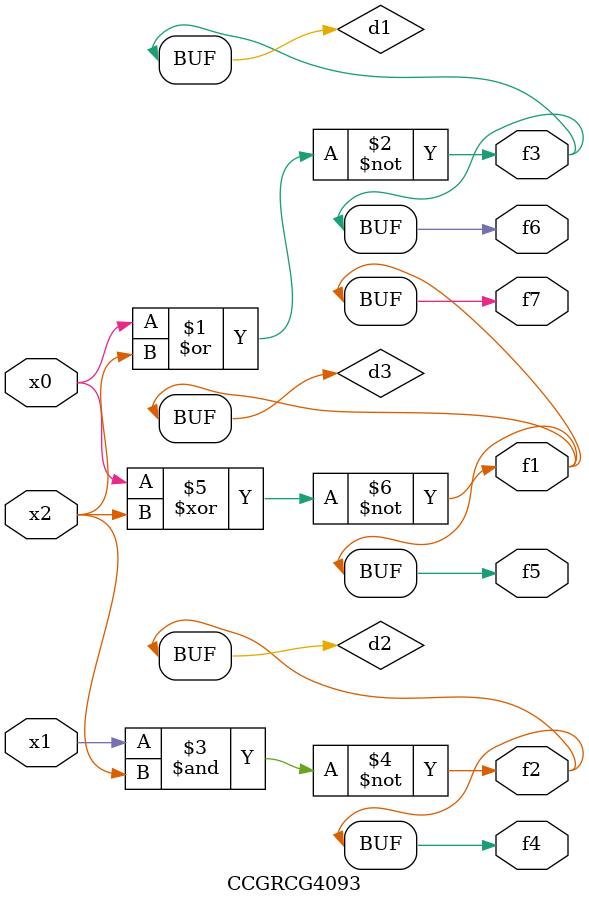
<source format=v>
module CCGRCG4093(
	input x0, x1, x2,
	output f1, f2, f3, f4, f5, f6, f7
);

	wire d1, d2, d3;

	nor (d1, x0, x2);
	nand (d2, x1, x2);
	xnor (d3, x0, x2);
	assign f1 = d3;
	assign f2 = d2;
	assign f3 = d1;
	assign f4 = d2;
	assign f5 = d3;
	assign f6 = d1;
	assign f7 = d3;
endmodule

</source>
